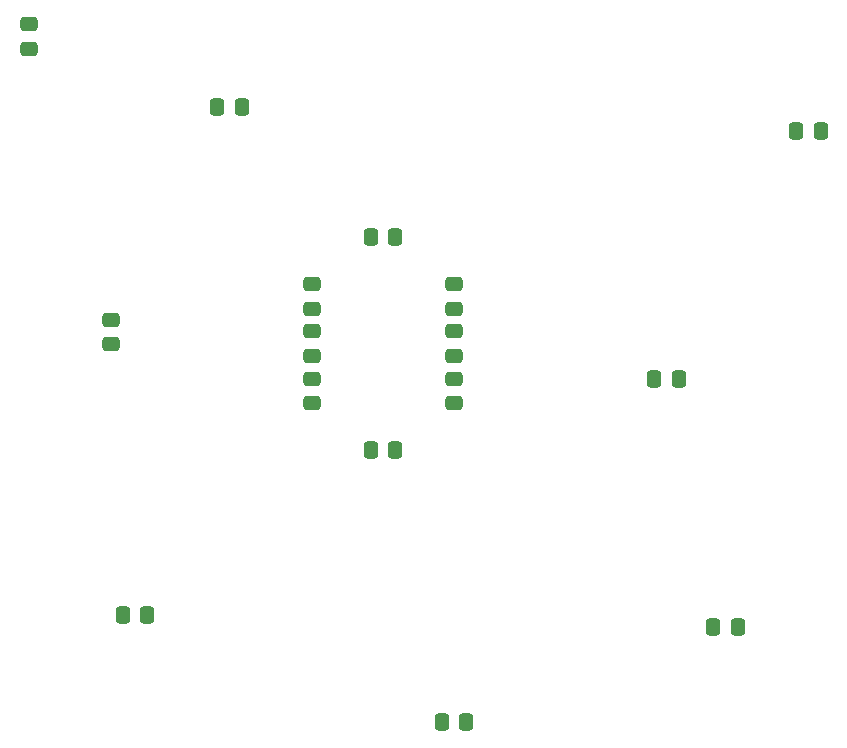
<source format=gbp>
%TF.GenerationSoftware,KiCad,Pcbnew,7.0.10*%
%TF.CreationDate,2024-03-06T18:57:33-08:00*%
%TF.ProjectId,player_system,706c6179-6572-45f7-9379-7374656d2e6b,rev?*%
%TF.SameCoordinates,Original*%
%TF.FileFunction,Paste,Bot*%
%TF.FilePolarity,Positive*%
%FSLAX46Y46*%
G04 Gerber Fmt 4.6, Leading zero omitted, Abs format (unit mm)*
G04 Created by KiCad (PCBNEW 7.0.10) date 2024-03-06 18:57:33*
%MOMM*%
%LPD*%
G01*
G04 APERTURE LIST*
G04 Aperture macros list*
%AMRoundRect*
0 Rectangle with rounded corners*
0 $1 Rounding radius*
0 $2 $3 $4 $5 $6 $7 $8 $9 X,Y pos of 4 corners*
0 Add a 4 corners polygon primitive as box body*
4,1,4,$2,$3,$4,$5,$6,$7,$8,$9,$2,$3,0*
0 Add four circle primitives for the rounded corners*
1,1,$1+$1,$2,$3*
1,1,$1+$1,$4,$5*
1,1,$1+$1,$6,$7*
1,1,$1+$1,$8,$9*
0 Add four rect primitives between the rounded corners*
20,1,$1+$1,$2,$3,$4,$5,0*
20,1,$1+$1,$4,$5,$6,$7,0*
20,1,$1+$1,$6,$7,$8,$9,0*
20,1,$1+$1,$8,$9,$2,$3,0*%
G04 Aperture macros list end*
%ADD10RoundRect,0.250000X0.475000X-0.337500X0.475000X0.337500X-0.475000X0.337500X-0.475000X-0.337500X0*%
%ADD11RoundRect,0.250000X0.337500X0.475000X-0.337500X0.475000X-0.337500X-0.475000X0.337500X-0.475000X0*%
%ADD12RoundRect,0.250000X-0.337500X-0.475000X0.337500X-0.475000X0.337500X0.475000X-0.337500X0.475000X0*%
%ADD13RoundRect,0.250000X-0.475000X0.337500X-0.475000X-0.337500X0.475000X-0.337500X0.475000X0.337500X0*%
G04 APERTURE END LIST*
D10*
%TO.C,C16*%
X108000000Y-70962500D03*
X108000000Y-73037500D03*
%TD*%
D11*
%TO.C,C24*%
X165962500Y-55000000D03*
X168037500Y-55000000D03*
%TD*%
D12*
%TO.C,C21*%
X119037500Y-53000000D03*
X116962500Y-53000000D03*
%TD*%
D10*
%TO.C,C20*%
X125000000Y-71962500D03*
X125000000Y-74037500D03*
%TD*%
D13*
%TO.C,C17*%
X125000000Y-70037500D03*
X125000000Y-67962500D03*
%TD*%
D12*
%TO.C,C12*%
X132037500Y-64000000D03*
X129962500Y-64000000D03*
%TD*%
D13*
%TO.C,C11*%
X101000000Y-48037500D03*
X101000000Y-45962500D03*
%TD*%
D11*
%TO.C,C7*%
X129962500Y-82000000D03*
X132037500Y-82000000D03*
%TD*%
D12*
%TO.C,C14*%
X156037500Y-76000000D03*
X153962500Y-76000000D03*
%TD*%
D10*
%TO.C,C8*%
X137000000Y-67962500D03*
X137000000Y-70037500D03*
%TD*%
D12*
%TO.C,C18*%
X138037500Y-105000000D03*
X135962500Y-105000000D03*
%TD*%
D13*
%TO.C,C9*%
X137000000Y-74037500D03*
X137000000Y-71962500D03*
%TD*%
D12*
%TO.C,C22*%
X111037500Y-96000000D03*
X108962500Y-96000000D03*
%TD*%
D10*
%TO.C,C13*%
X137000000Y-75962500D03*
X137000000Y-78037500D03*
%TD*%
D13*
%TO.C,C19*%
X125000000Y-78037500D03*
X125000000Y-75962500D03*
%TD*%
D12*
%TO.C,C15*%
X161037500Y-97000000D03*
X158962500Y-97000000D03*
%TD*%
M02*

</source>
